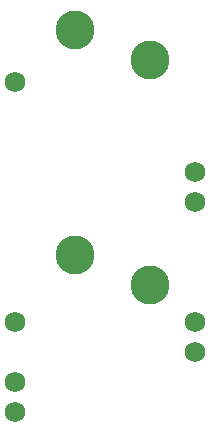
<source format=gbr>
%TF.GenerationSoftware,KiCad,Pcbnew,(6.0.7-1)-1*%
%TF.CreationDate,2022-12-25T16:23:57+07:00*%
%TF.ProjectId,pcb,7063622e-6b69-4636-9164-5f7063625858,rev?*%
%TF.SameCoordinates,Original*%
%TF.FileFunction,Copper,L2,Bot*%
%TF.FilePolarity,Positive*%
%FSLAX46Y46*%
G04 Gerber Fmt 4.6, Leading zero omitted, Abs format (unit mm)*
G04 Created by KiCad (PCBNEW (6.0.7-1)-1) date 2022-12-25 16:23:57*
%MOMM*%
%LPD*%
G01*
G04 APERTURE LIST*
%TA.AperFunction,ComponentPad*%
%ADD10C,1.752600*%
%TD*%
%TA.AperFunction,ComponentPad*%
%ADD11C,3.300000*%
%TD*%
G04 APERTURE END LIST*
D10*
%TO.P,U1,3,GND*%
%TO.N,GND*%
X136525000Y-83343750D03*
%TO.P,U1,4,GND*%
X136525000Y-80803750D03*
%TO.P,U1,8,5/PC6*%
%TO.N,sw2*%
X136525000Y-70643750D03*
%TO.P,U1,9,6/PD7*%
%TO.N,sw1*%
X136525000Y-68103750D03*
%TO.P,U1,13,10/PB6*%
%TO.N,led 1*%
X121285000Y-60483750D03*
%TO.P,U1,21,VCC*%
%TO.N,vcc1*%
X121285000Y-80803750D03*
%TO.P,U1,23,GND*%
%TO.N,GND*%
X121285000Y-85883750D03*
%TO.P,U1,24,RAW*%
%TO.N,unconnected-(U1-Pad24)*%
X121285000Y-88423750D03*
%TD*%
D11*
%TO.P,SW2,1,1*%
%TO.N,GND*%
X132715000Y-77628750D03*
%TO.P,SW2,2,2*%
%TO.N,sw2*%
X126365000Y-75088750D03*
%TD*%
%TO.P,SW1,1,1*%
%TO.N,sw1*%
X132715000Y-58578750D03*
%TO.P,SW1,2,2*%
%TO.N,GND*%
X126365000Y-56038750D03*
%TD*%
M02*

</source>
